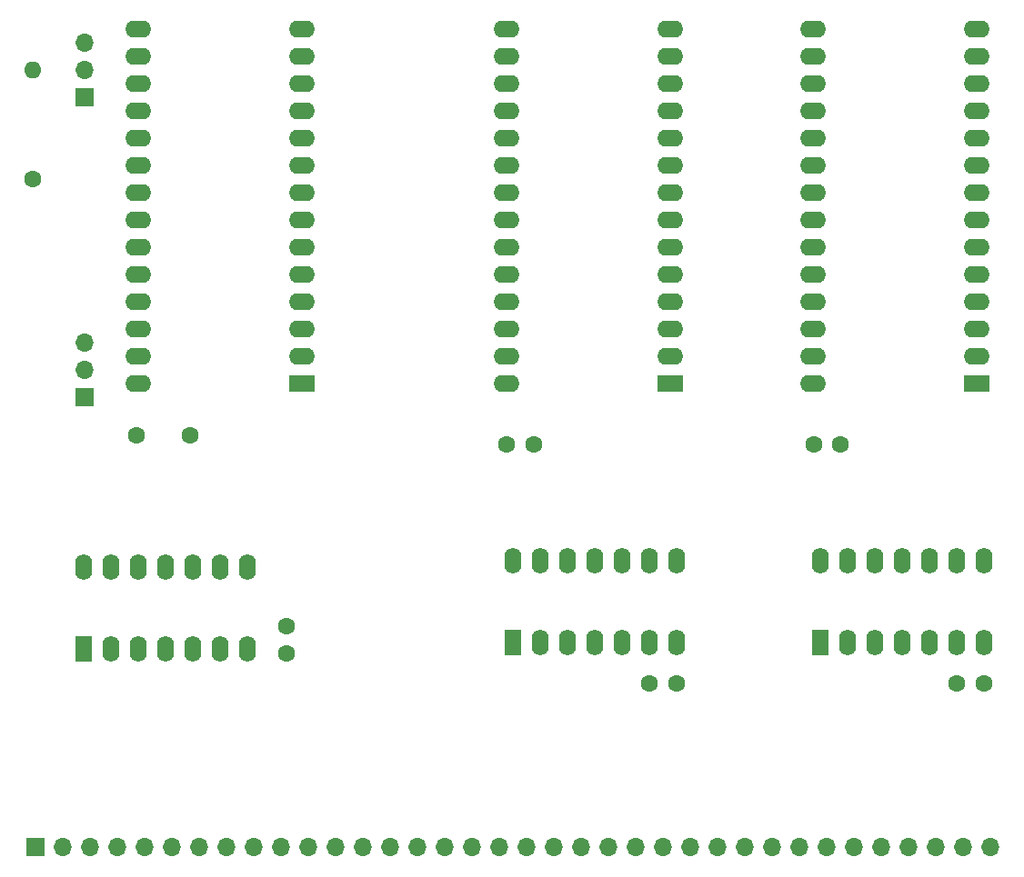
<source format=gbr>
%TF.GenerationSoftware,KiCad,Pcbnew,6.0.11+dfsg-1*%
%TF.CreationDate,2025-12-28T18:44:21+01:00*%
%TF.ProjectId,memoria1,6d656d6f-7269-4613-912e-6b696361645f,rev?*%
%TF.SameCoordinates,Original*%
%TF.FileFunction,Soldermask,Bot*%
%TF.FilePolarity,Negative*%
%FSLAX46Y46*%
G04 Gerber Fmt 4.6, Leading zero omitted, Abs format (unit mm)*
G04 Created by KiCad (PCBNEW 6.0.11+dfsg-1) date 2025-12-28 18:44:21*
%MOMM*%
%LPD*%
G01*
G04 APERTURE LIST*
%ADD10R,1.600000X2.400000*%
%ADD11O,1.600000X2.400000*%
%ADD12R,2.400000X1.600000*%
%ADD13O,2.400000X1.600000*%
%ADD14C,1.600000*%
%ADD15R,1.700000X1.700000*%
%ADD16O,1.700000X1.700000*%
%ADD17O,1.600000X1.600000*%
G04 APERTURE END LIST*
D10*
%TO.C,74HC32*%
X94610000Y-112385000D03*
D11*
X97150000Y-112385000D03*
X99690000Y-112385000D03*
X102230000Y-112385000D03*
X104770000Y-112385000D03*
X107310000Y-112385000D03*
X109850000Y-112385000D03*
X109850000Y-104765000D03*
X107310000Y-104765000D03*
X104770000Y-104765000D03*
X102230000Y-104765000D03*
X99690000Y-104765000D03*
X97150000Y-104765000D03*
X94610000Y-104765000D03*
%TD*%
D12*
%TO.C,KM62256*%
X177780000Y-87620000D03*
D13*
X177780000Y-85080000D03*
X177780000Y-82540000D03*
X177780000Y-80000000D03*
X177780000Y-77460000D03*
X177780000Y-74920000D03*
X177780000Y-72380000D03*
X177780000Y-69840000D03*
X177780000Y-67300000D03*
X177780000Y-64760000D03*
X177780000Y-62220000D03*
X177780000Y-59680000D03*
X177780000Y-57140000D03*
X177780000Y-54600000D03*
X162540000Y-54600000D03*
X162540000Y-57140000D03*
X162540000Y-59680000D03*
X162540000Y-62220000D03*
X162540000Y-64760000D03*
X162540000Y-67300000D03*
X162540000Y-69840000D03*
X162540000Y-72380000D03*
X162540000Y-74920000D03*
X162540000Y-77460000D03*
X162540000Y-80000000D03*
X162540000Y-82540000D03*
X162540000Y-85080000D03*
X162540000Y-87620000D03*
%TD*%
D12*
%TO.C,AT28C64*%
X114915000Y-87620000D03*
D13*
X114915000Y-85080000D03*
X114915000Y-82540000D03*
X114915000Y-80000000D03*
X114915000Y-77460000D03*
X114915000Y-74920000D03*
X114915000Y-72380000D03*
X114915000Y-69840000D03*
X114915000Y-67300000D03*
X114915000Y-64760000D03*
X114915000Y-62220000D03*
X114915000Y-59680000D03*
X114915000Y-57140000D03*
X114915000Y-54600000D03*
X99675000Y-54600000D03*
X99675000Y-57140000D03*
X99675000Y-59680000D03*
X99675000Y-62220000D03*
X99675000Y-64760000D03*
X99675000Y-67300000D03*
X99675000Y-69840000D03*
X99675000Y-72380000D03*
X99675000Y-74920000D03*
X99675000Y-77460000D03*
X99675000Y-80000000D03*
X99675000Y-82540000D03*
X99675000Y-85080000D03*
X99675000Y-87620000D03*
%TD*%
D14*
%TO.C,REF\u002A\u002A*%
X162580000Y-93345000D03*
X165080000Y-93345000D03*
%TD*%
D15*
%TO.C,REF\u002A\u002A*%
X90170000Y-130810000D03*
D16*
X92710000Y-130810000D03*
X95250000Y-130810000D03*
X97790000Y-130810000D03*
X100330000Y-130810000D03*
X102870000Y-130810000D03*
X105410000Y-130810000D03*
X107950000Y-130810000D03*
X110490000Y-130810000D03*
X113030000Y-130810000D03*
X115570000Y-130810000D03*
X118110000Y-130810000D03*
X120650000Y-130810000D03*
X123190000Y-130810000D03*
X125730000Y-130810000D03*
X128270000Y-130810000D03*
X130810000Y-130810000D03*
X133350000Y-130810000D03*
X135890000Y-130810000D03*
X138430000Y-130810000D03*
X140970000Y-130810000D03*
X143510000Y-130810000D03*
X146050000Y-130810000D03*
X148590000Y-130810000D03*
X151130000Y-130810000D03*
X153670000Y-130810000D03*
X156210000Y-130810000D03*
X158750000Y-130810000D03*
X161290000Y-130810000D03*
X163830000Y-130810000D03*
X166370000Y-130810000D03*
X168910000Y-130810000D03*
X171450000Y-130810000D03*
X173990000Y-130810000D03*
X176530000Y-130810000D03*
X179070000Y-130810000D03*
%TD*%
D14*
%TO.C,REF\u002A\u002A*%
X99568000Y-92456000D03*
X104568000Y-92456000D03*
%TD*%
D15*
%TO.C,REF\u002A\u002A*%
X94717000Y-88885000D03*
D16*
X94717000Y-86345000D03*
X94717000Y-83805000D03*
%TD*%
D12*
%TO.C,KM62256*%
X149205000Y-87620000D03*
D13*
X149205000Y-85080000D03*
X149205000Y-82540000D03*
X149205000Y-80000000D03*
X149205000Y-77460000D03*
X149205000Y-74920000D03*
X149205000Y-72380000D03*
X149205000Y-69840000D03*
X149205000Y-67300000D03*
X149205000Y-64760000D03*
X149205000Y-62220000D03*
X149205000Y-59680000D03*
X149205000Y-57140000D03*
X149205000Y-54600000D03*
X133965000Y-54600000D03*
X133965000Y-57140000D03*
X133965000Y-59680000D03*
X133965000Y-62220000D03*
X133965000Y-64760000D03*
X133965000Y-67300000D03*
X133965000Y-69840000D03*
X133965000Y-72380000D03*
X133965000Y-74920000D03*
X133965000Y-77460000D03*
X133965000Y-80000000D03*
X133965000Y-82540000D03*
X133965000Y-85080000D03*
X133965000Y-87620000D03*
%TD*%
D10*
%TO.C,74HC32*%
X163190000Y-111750000D03*
D11*
X165730000Y-111750000D03*
X168270000Y-111750000D03*
X170810000Y-111750000D03*
X173350000Y-111750000D03*
X175890000Y-111750000D03*
X178430000Y-111750000D03*
X178430000Y-104130000D03*
X175890000Y-104130000D03*
X173350000Y-104130000D03*
X170810000Y-104130000D03*
X168270000Y-104130000D03*
X165730000Y-104130000D03*
X163190000Y-104130000D03*
%TD*%
D14*
%TO.C,REF\u002A\u002A*%
X113538000Y-112776000D03*
X113538000Y-110276000D03*
%TD*%
%TO.C,REF\u002A\u002A*%
X134005000Y-93345000D03*
X136505000Y-93345000D03*
%TD*%
%TO.C,REF\u002A\u002A*%
X175915000Y-115570000D03*
X178415000Y-115570000D03*
%TD*%
D10*
%TO.C,74HC00*%
X134615000Y-111750000D03*
D11*
X137155000Y-111750000D03*
X139695000Y-111750000D03*
X142235000Y-111750000D03*
X144775000Y-111750000D03*
X147315000Y-111750000D03*
X149855000Y-111750000D03*
X149855000Y-104130000D03*
X147315000Y-104130000D03*
X144775000Y-104130000D03*
X142235000Y-104130000D03*
X139695000Y-104130000D03*
X137155000Y-104130000D03*
X134615000Y-104130000D03*
%TD*%
D15*
%TO.C,REF\u002A\u002A*%
X94717000Y-60945000D03*
D16*
X94717000Y-58405000D03*
X94717000Y-55865000D03*
%TD*%
D14*
%TO.C,10k*%
X89916000Y-68580000D03*
D17*
X89916000Y-58420000D03*
%TD*%
D14*
%TO.C,REF\u002A\u002A*%
X147320000Y-115570000D03*
X149820000Y-115570000D03*
%TD*%
M02*

</source>
